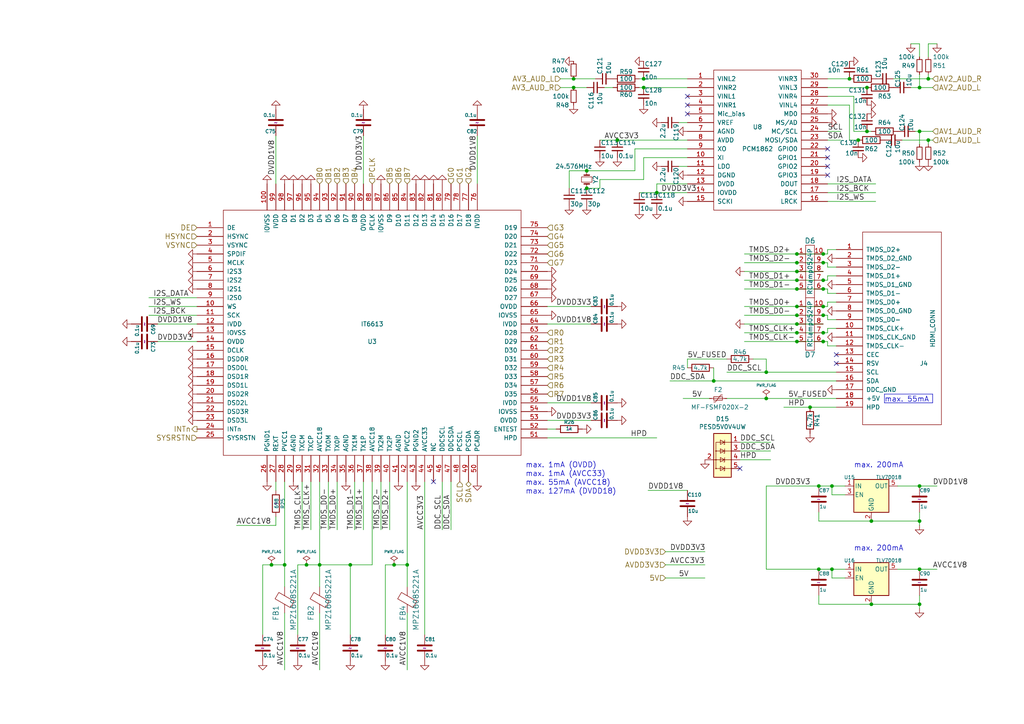
<source format=kicad_sch>
(kicad_sch (version 20230121) (generator eeschema)
  (paper "A4")
  (title_block (title "Open Source Scan Converter") (date "2023-05-18") (rev "1.8"))
  (junction (at 231.14 88.9))
  (junction (at 166.37 25.4))
  (junction (at 222.25 107.95))
  (junction (at 231.14 76.2))
  (junction (at 246.38 22.86))
  (junction (at 238.76 83.82))
  (junction (at 114.3 163.83))
  (junction (at 248.92 40.64))
  (junction (at 266.7 165.1))
  (junction (at 237.49 140.97))
  (junction (at 231.14 73.66))
  (junction (at 92.71 163.83))
  (junction (at 266.7 25.4))
  (junction (at 238.76 91.44))
  (junction (at 82.55 163.83))
  (junction (at 190.5 55.88))
  (junction (at 231.14 78.74))
  (junction (at 231.14 93.98))
  (junction (at 269.24 22.86))
  (junction (at 222.25 115.57))
  (junction (at 179.07 40.64))
  (junction (at 252.73 175.26))
  (junction (at 231.14 99.06))
  (junction (at 269.24 40.64))
  (junction (at 238.76 73.66))
  (junction (at 231.14 81.28))
  (junction (at 266.7 151.13))
  (junction (at 238.76 88.9))
  (junction (at 78.74 163.83))
  (junction (at 170.18 54.61))
  (junction (at 207.01 110.49))
  (junction (at 118.11 163.83))
  (junction (at 266.7 175.26))
  (junction (at 251.46 38.1))
  (junction (at 88.9 163.83))
  (junction (at 241.3 140.97))
  (junction (at 231.14 91.44))
  (junction (at 231.14 96.52))
  (junction (at 238.76 81.28))
  (junction (at 266.7 38.1))
  (junction (at 237.49 165.1))
  (junction (at 251.46 25.4))
  (junction (at 238.76 99.06))
  (junction (at 166.37 22.86))
  (junction (at 170.18 49.53))
  (junction (at 266.7 140.97))
  (junction (at 186.69 22.86))
  (junction (at 252.73 151.13))
  (junction (at 231.14 83.82))
  (junction (at 238.76 96.52))
  (junction (at 101.6 163.83))
  (junction (at 241.3 165.1))
  (junction (at 234.95 118.11))
  (junction (at 186.69 25.4))
  (junction (at 238.76 76.2))
  (no_connect (at 125.73 139.7))
  (no_connect (at 240.03 50.8))
  (no_connect (at 199.39 27.94))
  (no_connect (at 199.39 33.02))
  (no_connect (at 199.39 30.48))
  (no_connect (at 240.03 43.18))
  (no_connect (at 240.03 48.26))
  (no_connect (at 242.57 102.87))
  (no_connect (at 242.57 105.41))
  (no_connect (at 214.63 135.89))
  (no_connect (at 240.03 45.72))
  (wire (pts (xy 158.75 93.98) (xy 171.45 93.98)))
  (wire (pts (xy 204.47 160.02) (xy 193.04 160.02)))
  (wire (pts (xy 199.39 104.14) (xy 199.39 106.68)))
  (wire (pts (xy 101.6 163.83) (xy 101.6 184.15)))
  (wire (pts (xy 113.03 153.67) (xy 113.03 139.7)))
  (wire (pts (xy 266.7 148.59) (xy 266.7 151.13)))
  (wire (pts (xy 264.16 12.7) (xy 266.7 12.7)))
  (wire (pts (xy 92.71 139.7) (xy 92.71 163.83)))
  (wire (pts (xy 57.15 88.9) (xy 43.18 88.9)))
  (wire (pts (xy 240.03 40.64) (xy 243.84 40.64)))
  (wire (pts (xy 187.96 142.24) (xy 199.39 142.24)))
  (wire (pts (xy 222.25 165.1) (xy 222.25 140.97)))
  (wire (pts (xy 238.76 83.82) (xy 231.14 83.82)))
  (wire (pts (xy 241.3 165.1) (xy 241.3 167.64)))
  (wire (pts (xy 185.42 22.86) (xy 186.69 22.86)))
  (wire (pts (xy 158.75 116.84) (xy 171.45 116.84)))
  (wire (pts (xy 248.92 40.64) (xy 246.38 40.64)))
  (wire (pts (xy 86.36 163.83) (xy 88.9 163.83)))
  (wire (pts (xy 194.31 110.49) (xy 207.01 110.49)))
  (wire (pts (xy 118.11 177.8) (xy 118.11 194.31)))
  (wire (pts (xy 251.46 25.4) (xy 240.03 25.4)))
  (wire (pts (xy 238.76 88.9) (xy 240.03 88.9)))
  (wire (pts (xy 246.38 40.64) (xy 246.38 30.48)))
  (wire (pts (xy 238.76 73.66) (xy 231.14 73.66)))
  (wire (pts (xy 138.43 39.37) (xy 138.43 53.34)))
  (wire (pts (xy 76.2 163.83) (xy 76.2 184.15)))
  (wire (pts (xy 162.56 25.4) (xy 166.37 25.4)))
  (wire (pts (xy 266.7 12.7) (xy 266.7 16.51)))
  (wire (pts (xy 240.03 38.1) (xy 243.84 38.1)))
  (wire (pts (xy 238.76 91.44) (xy 231.14 91.44)))
  (wire (pts (xy 247.65 27.94) (xy 247.65 38.1)))
  (wire (pts (xy 184.15 49.53) (xy 170.18 49.53)))
  (wire (pts (xy 111.76 163.83) (xy 114.3 163.83)))
  (wire (pts (xy 266.7 172.72) (xy 266.7 175.26)))
  (wire (pts (xy 222.25 107.95) (xy 242.57 107.95)))
  (wire (pts (xy 92.71 163.83) (xy 101.6 163.83)))
  (wire (pts (xy 266.7 21.59) (xy 266.7 25.4)))
  (wire (pts (xy 190.5 53.34) (xy 190.5 55.88)))
  (wire (pts (xy 269.24 41.91) (xy 269.24 40.64)))
  (wire (pts (xy 57.15 91.44) (xy 43.18 91.44)))
  (wire (pts (xy 240.03 96.52) (xy 240.03 95.25)))
  (wire (pts (xy 215.9 76.2) (xy 231.14 76.2)))
  (wire (pts (xy 247.65 38.1) (xy 251.46 38.1)))
  (wire (pts (xy 110.49 153.67) (xy 110.49 139.7)))
  (wire (pts (xy 162.56 22.86) (xy 166.37 22.86)))
  (wire (pts (xy 87.63 153.67) (xy 87.63 139.7)))
  (wire (pts (xy 266.7 38.1) (xy 270.51 38.1)))
  (wire (pts (xy 210.82 115.57) (xy 222.25 115.57)))
  (wire (pts (xy 210.82 104.14) (xy 199.39 104.14)))
  (wire (pts (xy 204.47 163.83) (xy 193.04 163.83)))
  (polyline (pts (xy 270.51 116.84) (xy 256.54 116.84)))
  (polyline (pts (xy 256.54 116.84) (xy 256.54 114.3)))
  (wire (pts (xy 251.46 38.1) (xy 252.73 38.1)))
  (wire (pts (xy 172.72 22.86) (xy 166.37 22.86)))
  (wire (pts (xy 158.75 88.9) (xy 171.45 88.9)))
  (wire (pts (xy 266.7 38.1) (xy 265.43 38.1)))
  (wire (pts (xy 215.9 73.66) (xy 231.14 73.66)))
  (wire (pts (xy 130.81 153.67) (xy 130.81 139.7)))
  (wire (pts (xy 266.7 25.4) (xy 264.16 25.4)))
  (wire (pts (xy 238.76 73.66) (xy 240.03 73.66)))
  (wire (pts (xy 190.5 55.88) (xy 199.39 55.88)))
  (wire (pts (xy 238.76 96.52) (xy 240.03 96.52)))
  (wire (pts (xy 80.01 142.24) (xy 80.01 139.7)))
  (wire (pts (xy 266.7 165.1) (xy 271.78 165.1)))
  (wire (pts (xy 223.52 130.81) (xy 214.63 130.81)))
  (wire (pts (xy 158.75 121.92) (xy 171.45 121.92)))
  (wire (pts (xy 207.01 110.49) (xy 207.01 106.68)))
  (wire (pts (xy 97.79 153.67) (xy 97.79 139.7)))
  (wire (pts (xy 165.1 49.53) (xy 165.1 54.61)))
  (wire (pts (xy 215.9 96.52) (xy 231.14 96.52)))
  (wire (pts (xy 254 58.42) (xy 240.03 58.42)))
  (wire (pts (xy 92.71 177.8) (xy 92.71 194.31)))
  (wire (pts (xy 270.51 25.4) (xy 266.7 25.4)))
  (wire (pts (xy 266.7 175.26) (xy 266.7 176.53)))
  (wire (pts (xy 237.49 148.59) (xy 237.49 151.13)))
  (wire (pts (xy 102.87 153.67) (xy 102.87 139.7)))
  (wire (pts (xy 222.25 165.1) (xy 237.49 165.1)))
  (wire (pts (xy 90.17 153.67) (xy 90.17 139.7)))
  (wire (pts (xy 222.25 115.57) (xy 242.57 115.57)))
  (wire (pts (xy 80.01 39.37) (xy 80.01 53.34)))
  (wire (pts (xy 241.3 140.97) (xy 245.11 140.97)))
  (wire (pts (xy 237.49 140.97) (xy 241.3 140.97)))
  (wire (pts (xy 76.2 163.83) (xy 78.74 163.83)))
  (wire (pts (xy 186.69 45.72) (xy 186.69 52.07)))
  (wire (pts (xy 269.24 16.51) (xy 269.24 12.7)))
  (wire (pts (xy 254 55.88) (xy 240.03 55.88)))
  (wire (pts (xy 186.69 22.86) (xy 199.39 22.86)))
  (wire (pts (xy 207.01 110.49) (xy 242.57 110.49)))
  (wire (pts (xy 185.42 25.4) (xy 186.69 25.4)))
  (wire (pts (xy 260.35 165.1) (xy 266.7 165.1)))
  (wire (pts (xy 254 53.34) (xy 240.03 53.34)))
  (wire (pts (xy 186.69 25.4) (xy 199.39 25.4)))
  (wire (pts (xy 227.33 118.11) (xy 234.95 118.11)))
  (wire (pts (xy 118.11 139.7) (xy 118.11 163.83)))
  (wire (pts (xy 223.52 133.35) (xy 214.63 133.35)))
  (wire (pts (xy 57.15 86.36) (xy 43.18 86.36)))
  (wire (pts (xy 269.24 12.7) (xy 271.78 12.7)))
  (wire (pts (xy 240.03 100.33) (xy 242.57 100.33)))
  (wire (pts (xy 231.14 99.06) (xy 238.76 99.06)))
  (wire (pts (xy 78.74 163.83) (xy 82.55 163.83)))
  (wire (pts (xy 205.74 115.57) (xy 198.12 115.57)))
  (wire (pts (xy 269.24 22.86) (xy 259.08 22.86)))
  (wire (pts (xy 241.3 167.64) (xy 245.11 167.64)))
  (wire (pts (xy 190.5 53.34) (xy 199.39 53.34)))
  (wire (pts (xy 231.14 76.2) (xy 238.76 76.2)))
  (wire (pts (xy 270.51 40.64) (xy 269.24 40.64)))
  (wire (pts (xy 45.72 93.98) (xy 57.15 93.98)))
  (polyline (pts (xy 270.51 114.3) (xy 270.51 116.84)))
  (wire (pts (xy 68.58 152.4) (xy 80.01 152.4)))
  (wire (pts (xy 80.01 149.86) (xy 80.01 152.4)))
  (wire (pts (xy 92.71 163.83) (xy 92.71 170.18)))
  (wire (pts (xy 240.03 73.66) (xy 240.03 72.39)))
  (wire (pts (xy 234.95 118.11) (xy 242.57 118.11)))
  (wire (pts (xy 82.55 163.83) (xy 82.55 170.18)))
  (wire (pts (xy 105.41 153.67) (xy 105.41 139.7)))
  (wire (pts (xy 170.18 49.53) (xy 165.1 49.53)))
  (wire (pts (xy 240.03 99.06) (xy 240.03 100.33)))
  (wire (pts (xy 105.41 39.37) (xy 105.41 53.34)))
  (wire (pts (xy 240.03 87.63) (xy 242.57 87.63)))
  (wire (pts (xy 215.9 88.9) (xy 231.14 88.9)))
  (wire (pts (xy 223.52 128.27) (xy 214.63 128.27)))
  (wire (pts (xy 270.51 22.86) (xy 269.24 22.86)))
  (wire (pts (xy 240.03 85.09) (xy 242.57 85.09)))
  (wire (pts (xy 241.3 140.97) (xy 241.3 143.51)))
  (wire (pts (xy 269.24 21.59) (xy 269.24 22.86)))
  (wire (pts (xy 240.03 77.47) (xy 240.03 76.2)))
  (wire (pts (xy 240.03 92.71) (xy 242.57 92.71)))
  (wire (pts (xy 123.19 139.7) (xy 123.19 184.15)))
  (wire (pts (xy 240.03 83.82) (xy 240.03 85.09)))
  (wire (pts (xy 173.99 54.61) (xy 173.99 52.07)))
  (wire (pts (xy 215.9 81.28) (xy 231.14 81.28)))
  (wire (pts (xy 252.73 175.26) (xy 266.7 175.26)))
  (wire (pts (xy 95.25 153.67) (xy 95.25 139.7)))
  (wire (pts (xy 190.5 127) (xy 158.75 127)))
  (wire (pts (xy 260.35 140.97) (xy 266.7 140.97)))
  (wire (pts (xy 199.39 35.56) (xy 196.85 35.56)))
  (wire (pts (xy 184.15 43.18) (xy 184.15 49.53)))
  (wire (pts (xy 158.75 124.46) (xy 161.29 124.46)))
  (wire (pts (xy 215.9 91.44) (xy 231.14 91.44)))
  (wire (pts (xy 114.3 163.83) (xy 118.11 163.83)))
  (wire (pts (xy 101.6 163.83) (xy 107.95 163.83)))
  (wire (pts (xy 266.7 140.97) (xy 271.78 140.97)))
  (wire (pts (xy 193.04 167.64) (xy 204.47 167.64)))
  (wire (pts (xy 238.76 96.52) (xy 231.14 96.52)))
  (wire (pts (xy 237.49 175.26) (xy 252.73 175.26)))
  (wire (pts (xy 240.03 80.01) (xy 240.03 81.28)))
  (wire (pts (xy 179.07 40.64) (xy 199.39 40.64)))
  (wire (pts (xy 246.38 30.48) (xy 240.03 30.48)))
  (wire (pts (xy 240.03 91.44) (xy 240.03 92.71)))
  (wire (pts (xy 210.82 107.95) (xy 222.25 107.95)))
  (wire (pts (xy 170.18 25.4) (xy 166.37 25.4)))
  (wire (pts (xy 86.36 163.83) (xy 86.36 184.15)))
  (wire (pts (xy 222.25 140.97) (xy 237.49 140.97)))
  (polyline (pts (xy 256.54 114.3) (xy 270.51 114.3)))
  (wire (pts (xy 238.76 76.2) (xy 240.03 76.2)))
  (wire (pts (xy 45.72 99.06) (xy 57.15 99.06)))
  (wire (pts (xy 231.14 93.98) (xy 238.76 93.98)))
  (wire (pts (xy 261.62 40.64) (xy 269.24 40.64)))
  (wire (pts (xy 238.76 99.06) (xy 240.03 99.06)))
  (wire (pts (xy 215.9 99.06) (xy 231.14 99.06)))
  (wire (pts (xy 240.03 95.25) (xy 242.57 95.25)))
  (wire (pts (xy 240.03 72.39) (xy 242.57 72.39)))
  (wire (pts (xy 215.9 78.74) (xy 231.14 78.74)))
  (wire (pts (xy 199.39 43.18) (xy 184.15 43.18)))
  (wire (pts (xy 252.73 151.13) (xy 266.7 151.13)))
  (wire (pts (xy 237.49 151.13) (xy 252.73 151.13)))
  (wire (pts (xy 238.76 91.44) (xy 240.03 91.44)))
  (wire (pts (xy 118.11 163.83) (xy 118.11 170.18)))
  (wire (pts (xy 237.49 165.1) (xy 241.3 165.1)))
  (wire (pts (xy 111.76 163.83) (xy 111.76 184.15)))
  (wire (pts (xy 240.03 27.94) (xy 247.65 27.94)))
  (wire (pts (xy 107.95 163.83) (xy 107.95 139.7)))
  (wire (pts (xy 186.69 52.07) (xy 173.99 52.07)))
  (wire (pts (xy 231.14 88.9) (xy 238.76 88.9)))
  (wire (pts (xy 170.18 54.61) (xy 173.99 54.61)))
  (wire (pts (xy 242.57 77.47) (xy 240.03 77.47)))
  (wire (pts (xy 128.27 153.67) (xy 128.27 139.7)))
  (wire (pts (xy 240.03 88.9) (xy 240.03 87.63)))
  (wire (pts (xy 241.3 165.1) (xy 245.11 165.1)))
  (wire (pts (xy 246.38 22.86) (xy 240.03 22.86)))
  (wire (pts (xy 241.3 143.51) (xy 245.11 143.51)))
  (wire (pts (xy 242.57 80.01) (xy 240.03 80.01)))
  (wire (pts (xy 222.25 104.14) (xy 218.44 104.14)))
  (wire (pts (xy 238.76 81.28) (xy 240.03 81.28)))
  (wire (pts (xy 82.55 139.7) (xy 82.55 163.83)))
  (wire (pts (xy 199.39 48.26) (xy 196.85 48.26)))
  (wire (pts (xy 222.25 107.95) (xy 222.25 104.14)))
  (wire (pts (xy 173.99 40.64) (xy 179.07 40.64)))
  (wire (pts (xy 185.42 55.88) (xy 190.5 55.88)))
  (wire (pts (xy 266.7 151.13) (xy 266.7 152.4)))
  (wire (pts (xy 199.39 45.72) (xy 186.69 45.72)))
  (wire (pts (xy 238.76 83.82) (xy 240.03 83.82)))
  (wire (pts (xy 82.55 177.8) (xy 82.55 194.31)))
  (wire (pts (xy 238.76 78.74) (xy 231.14 78.74)))
  (wire (pts (xy 215.9 93.98) (xy 231.14 93.98)))
  (wire (pts (xy 215.9 83.82) (xy 231.14 83.82)))
  (wire (pts (xy 237.49 172.72) (xy 237.49 175.26)))
  (wire (pts (xy 266.7 38.1) (xy 266.7 41.91)))
  (wire (pts (xy 231.14 81.28) (xy 238.76 81.28)))
  (wire (pts (xy 177.8 25.4) (xy 175.26 25.4)))
  (wire (pts (xy 88.9 163.83) (xy 92.71 163.83)))
  (text "max. 200mA" (at 247.65 160.02 0) (effects (font (size 1.524 1.524)) (justify left bottom)))
  (text "max. 200mA" (at 247.65 135.89 0) (effects (font (size 1.524 1.524)) (justify left bottom)))
  (text "max. 1mA (AVCC33)" (at 152.4 138.43 0) (effects (font (size 1.524 1.524)) (justify left bottom)))
  (text "max. 127mA (DVDD18)" (at 152.4 143.51 0) (effects (font (size 1.524 1.524)) (justify left bottom)))
  (text "max. 1mA (OVDD)" (at 152.4 135.89 0) (effects (font (size 1.524 1.524)) (justify left bottom)))
  (text "max. 55mA" (at 256.54 116.84 0) (effects (font (size 1.524 1.524)) (justify left bottom)))
  (text "max. 55mA (AVCC18)" (at 152.4 140.97 0) (effects (font (size 1.524 1.524)) (justify left bottom)))
  (label "I2S_DATA" (at 242.57 53.34 0) (effects (font (size 1.524 1.524))))
  (label "SCL" (at 240.03 38.1 0) (effects (font (size 1.524 1.524))))
  (label "I2S_BCK" (at 44.45 91.44 0) (effects (font (size 1.524 1.524))))
  (label "5V" (at 200.66 115.57 0) (effects (font (size 1.524 1.524))))
  (label "DVDD3V3" (at 194.31 160.02 0) (effects (font (size 1.524 1.524))))
  (label "TMDS_D2+" (at 113.03 153.67 90) (effects (font (size 1.524 1.524))))
  (label "5V_FUSED" (at 199.39 104.14 0) (effects (font (size 1.524 1.524))))
  (label "DVDD3V3" (at 105.41 49.53 90) (effects (font (size 1.524 1.524))))
  (label "5V" (at 196.85 167.64 0) (effects (font (size 1.524 1.524))))
  (label "TMDS_D2-" (at 110.49 153.67 90) (effects (font (size 1.524 1.524))))
  (label "DVDD1V8" (at 270.51 140.97 0) (effects (font (size 1.524 1.524))))
  (label "I2S_WS" (at 242.57 58.42 0) (effects (font (size 1.524 1.524))))
  (label "TMDS_D0-" (at 217.17 91.44 0) (effects (font (size 1.524 1.524))))
  (label "TMDS_D0+" (at 217.17 88.9 0) (effects (font (size 1.524 1.524))))
  (label "AVCC1V8" (at 118.11 193.04 90) (effects (font (size 1.524 1.524))))
  (label "DDC_SCL" (at 210.82 107.95 0) (effects (font (size 1.524 1.524))))
  (label "AVCC3V3" (at 175.26 40.64 0) (effects (font (size 1.524 1.524))))
  (label "DVDD1V8" (at 80.01 50.8 90) (effects (font (size 1.524 1.524))))
  (label "AVCC1V8" (at 92.71 193.04 90) (effects (font (size 1.524 1.524))))
  (label "DVDD1V8" (at 138.43 49.53 90) (effects (font (size 1.524 1.524))))
  (label "I2S_DATA" (at 44.45 86.36 0) (effects (font (size 1.524 1.524))))
  (label "HPD" (at 182.88 127 0) (effects (font (size 1.524 1.524))))
  (label "DVDD3V3" (at 191.77 55.88 0) (effects (font (size 1.524 1.524))))
  (label "DVDD3V3" (at 55.88 99.06 180) (effects (font (size 1.524 1.524))))
  (label "TMDS_CLK-" (at 87.63 153.67 90) (effects (font (size 1.524 1.524))))
  (label "DDC_SDA" (at 194.31 110.49 0) (effects (font (size 1.524 1.524))))
  (label "TMDS_D1+" (at 105.41 153.67 90) (effects (font (size 1.524 1.524))))
  (label "TMDS_D0+" (at 97.79 153.67 90) (effects (font (size 1.524 1.524))))
  (label "DVDD3V3" (at 224.79 140.97 0) (effects (font (size 1.524 1.524))))
  (label "TMDS_CLK+" (at 90.17 153.67 90) (effects (font (size 1.524 1.524))))
  (label "TMDS_D2-" (at 217.17 76.2 0) (effects (font (size 1.524 1.524))))
  (label "AVCC1V8" (at 82.55 193.04 90) (effects (font (size 1.524 1.524))))
  (label "TMDS_D1+" (at 217.17 81.28 0) (effects (font (size 1.524 1.524))))
  (label "DVDD1V8" (at 187.96 142.24 0) (effects (font (size 1.524 1.524))))
  (label "AVCC3V3" (at 194.31 163.83 0) (effects (font (size 1.524 1.524))))
  (label "HPD" (at 228.6 118.11 0) (effects (font (size 1.524 1.524))))
  (label "DVDD3V3" (at 161.29 88.9 0) (effects (font (size 1.524 1.524))))
  (label "TMDS_CLK+" (at 217.17 96.52 0) (effects (font (size 1.524 1.524))))
  (label "TMDS_D0-" (at 95.25 153.67 90) (effects (font (size 1.524 1.524))))
  (label "SDA" (at 240.03 40.64 0) (effects (font (size 1.524 1.524))))
  (label "DDC_SDA" (at 214.63 130.81 0) (effects (font (size 1.524 1.524))))
  (label "DDC_SCL" (at 214.63 128.27 0) (effects (font (size 1.524 1.524))))
  (label "I2S_WS" (at 44.45 88.9 0) (effects (font (size 1.524 1.524))))
  (label "TMDS_D2+" (at 217.17 73.66 0) (effects (font (size 1.524 1.524))))
  (label "I2S_BCK" (at 242.57 55.88 0) (effects (font (size 1.524 1.524))))
  (label "DDC_SCL" (at 128.27 153.67 90) (effects (font (size 1.524 1.524))))
  (label "DVDD3V3" (at 161.29 121.92 0) (effects (font (size 1.524 1.524))))
  (label "TMDS_CLK-" (at 217.17 99.06 0) (effects (font (size 1.524 1.524))))
  (label "TMDS_D1-" (at 102.87 153.67 90) (effects (font (size 1.524 1.524))))
  (label "HPD" (at 214.63 133.35 0) (effects (font (size 1.524 1.524))))
  (label "DVDD1V8" (at 161.29 93.98 0) (effects (font (size 1.524 1.524))))
  (label "DDC_SDA" (at 130.81 153.67 90) (effects (font (size 1.524 1.524))))
  (label "AVCC1V8" (at 270.51 165.1 0) (effects (font (size 1.524 1.524))))
  (label "5V_FUSED" (at 228.6 115.57 0) (effects (font (size 1.524 1.524))))
  (label "DVDD1V8" (at 161.29 116.84 0) (effects (font (size 1.524 1.524))))
  (label "AVCC1V8" (at 68.58 152.4 0) (effects (font (size 1.524 1.524))))
  (label "DVDD1V8" (at 55.88 93.98 180) (effects (font (size 1.524 1.524))))
  (label "TMDS_D1-" (at 217.17 83.82 0) (effects (font (size 1.524 1.524))))
  (label "AVCC3V3" (at 123.19 153.67 90) (effects (font (size 1.524 1.524))))
  (hierarchical_label "AV2_AUD_R" (shape input) (at 270.51 22.86 0) (effects (font (size 1.524 1.524))))
  (hierarchical_label "B1" (shape input) (at 95.25 53.34 90) (effects (font (size 1.524 1.524))))
  (hierarchical_label "G5" (shape input) (at 158.75 71.12 0) (effects (font (size 1.524 1.524))))
  (hierarchical_label "R3" (shape input) (at 158.75 104.14 0) (effects (font (size 1.524 1.524))))
  (hierarchical_label "SYSRSTN" (shape input) (at 57.15 127 180) (effects (font (size 1.524 1.524))))
  (hierarchical_label "R7" (shape input) (at 158.75 114.3 0) (effects (font (size 1.524 1.524))))
  (hierarchical_label "DVDD3V3" (shape input) (at 193.04 160.02 180) (effects (font (size 1.524 1.524))))
  (hierarchical_label "SDA" (shape bidirectional) (at 135.89 139.7 270) (effects (font (size 1.524 1.524))))
  (hierarchical_label "AVDD3V3" (shape input) (at 193.04 163.83 180) (effects (font (size 1.524 1.524))))
  (hierarchical_label "B6" (shape input) (at 115.57 53.34 90) (effects (font (size 1.524 1.524))))
  (hierarchical_label "B7" (shape input) (at 118.11 53.34 90) (effects (font (size 1.524 1.524))))
  (hierarchical_label "B5" (shape input) (at 113.03 53.34 90) (effects (font (size 1.524 1.524))))
  (hierarchical_label "G6" (shape input) (at 158.75 73.66 0) (effects (font (size 1.524 1.524))))
  (hierarchical_label "SCL" (shape input) (at 133.35 139.7 270) (effects (font (size 1.524 1.524))))
  (hierarchical_label "G4" (shape input) (at 158.75 68.58 0) (effects (font (size 1.524 1.524))))
  (hierarchical_label "R2" (shape input) (at 158.75 101.6 0) (effects (font (size 1.524 1.524))))
  (hierarchical_label "PCLK" (shape input) (at 107.95 53.34 90) (effects (font (size 1.524 1.524))))
  (hierarchical_label "R0" (shape input) (at 158.75 96.52 0) (effects (font (size 1.524 1.524))))
  (hierarchical_label "DE" (shape input) (at 57.15 66.04 180) (effects (font (size 1.524 1.524))))
  (hierarchical_label "5V" (shape input) (at 193.04 167.64 180) (effects (font (size 1.524 1.524))))
  (hierarchical_label "AV2_AUD_L" (shape input) (at 270.51 25.4 0) (effects (font (size 1.524 1.524))))
  (hierarchical_label "R5" (shape input) (at 158.75 109.22 0) (effects (font (size 1.524 1.524))))
  (hierarchical_label "B2" (shape input) (at 97.79 53.34 90) (effects (font (size 1.524 1.524))))
  (hierarchical_label "INTn" (shape output) (at 57.15 124.46 180) (effects (font (size 1.524 1.524))))
  (hierarchical_label "AV1_AUD_L" (shape input) (at 270.51 40.64 0) (effects (font (size 1.524 1.524))))
  (hierarchical_label "R1" (shape input) (at 158.75 99.06 0) (effects (font (size 1.524 1.524))))
  (hierarchical_label "AV3_AUD_R" (shape input) (at 162.56 25.4 180) (effects (font (size 1.524 1.524))))
  (hierarchical_label "G1" (shape input) (at 133.35 53.34 90) (effects (font (size 1.524 1.524))))
  (hierarchical_label "G0" (shape input) (at 130.81 53.34 90) (effects (font (size 1.524 1.524))))
  (hierarchical_label "R4" (shape input) (at 158.75 106.68 0) (effects (font (size 1.524 1.524))))
  (hierarchical_label "B0" (shape input) (at 92.71 53.34 90) (effects (font (size 1.524 1.524))))
  (hierarchical_label "VSYNC" (shape input) (at 57.15 71.12 180) (effects (font (size 1.524 1.524))))
  (hierarchical_label "G3" (shape input) (at 158.75 66.04 0) (effects (font (size 1.524 1.524))))
  (hierarchical_label "HSYNC" (shape input) (at 57.15 68.58 180) (effects (font (size 1.524 1.524))))
  (hierarchical_label "R6" (shape input) (at 158.75 111.76 0) (effects (font (size 1.524 1.524))))
  (hierarchical_label "AV3_AUD_L" (shape input) (at 162.56 22.86 180) (effects (font (size 1.524 1.524))))
  (hierarchical_label "B4" (shape input) (at 102.87 53.34 90) (effects (font (size 1.524 1.524))))
  (hierarchical_label "B3" (shape input) (at 100.33 53.34 90) (effects (font (size 1.524 1.524))))
  (hierarchical_label "G2" (shape input) (at 135.89 53.34 90) (effects (font (size 1.524 1.524))))
  (hierarchical_label "G7" (shape input) (at 158.75 76.2 0) (effects (font (size 1.524 1.524))))
  (hierarchical_label "AV1_AUD_R" (shape input) (at 270.51 38.1 0) (effects (font (size 1.524 1.524))))
  (symbol (lib_id "custom_components:IT6613") (at 107.95 96.52 0) (unit 1)
    (property "Reference" "U3" (at 107.95 99.06 0))
    (property "Value" "IT6613" (at 107.95 93.98 0))
    (property "Footprint" "custom_components:TQFP-100_custom" (effects hide))
    (property "Datasheet" "DOCUMENTATION" (effects hide))
  )
  (symbol (lib_id "custom_components:HDMI_CONN") (at 261.62 95.25 0) (unit 1)
    (property "Reference" "J4" (at 267.97 105.41 0))
    (property "Value" "HDMI_CONN" (at 270.51 95.25 90))
    (property "Footprint" "custom_components:HDMI_CONN-10029449-111RLF" (effects hide))
    (property "Datasheet" "DOCUMENTATION" (effects hide))
    (property "Part ID" "10029449-111RLF" (effects hide))
  )
  (symbol (lib_id "Device:C") (at 76.2 187.96 0) (unit 1)
    (property "Reference" "C74" (at 76.2 185.42 0) (effects (font (size 1.016 1.016)) (justify left)))
    (property "Value" "0.1u" (at 76.3524 190.119 0) (effects (font (size 1.016 1.016)) (justify left)))
    (property "Footprint" "custom_components:SM0603_Capa_libcms" (effects hide))
    (property "Datasheet" "~" (at 76.2 187.96 0) (effects (font (size 1.524 1.524))))
  )
  (symbol (lib_id "Device:FerriteBead") (at 82.55 173.99 180) (unit 1)
    (property "Reference" "FB1" (at 80.01 177.8 90) (effects (font (size 1.524 1.524))))
    (property "Value" "MPZ1608S221A" (at 85.09 173.99 90) (effects (font (size 1.524 1.524))))
    (property "Footprint" "custom_components:SM0603_Resistor_libcms" (effects hide))
  )
  (symbol (lib_id "power:GND") (at 76.2 191.77 0) (unit 1)
    (property "Reference" "#PWR0162" (effects hide))
    (property "Value" "GND" (effects hide))
  )
  (symbol (lib_id "power:GND") (at 115.57 139.7 0) (unit 1)
    (property "Reference" "#PWR0163" (effects hide))
    (property "Value" "GND" (effects hide))
  )
  (symbol (lib_id "power:GND") (at 120.65 139.7 0) (unit 1)
    (property "Reference" "#PWR0164" (effects hide))
    (property "Value" "GND" (effects hide))
  )
  (symbol (lib_id "Device:C") (at 111.76 187.96 0) (unit 1)
    (property "Reference" "C80" (at 111.76 185.42 0) (effects (font (size 1.016 1.016)) (justify left)))
    (property "Value" "0.1u" (at 111.9124 190.119 0) (effects (font (size 1.016 1.016)) (justify left)))
    (property "Footprint" "custom_components:SM0603_Capa_libcms" (effects hide))
    (property "Datasheet" "~" (at 111.76 187.96 0) (effects (font (size 1.524 1.524))))
  )
  (symbol (lib_id "Device:FerriteBead") (at 118.11 173.99 180) (unit 1)
    (property "Reference" "FB4" (at 116.84 177.8 90) (effects (font (size 1.524 1.524))))
    (property "Value" "MPZ1608S221A" (at 120.65 173.99 90) (effects (font (size 1.524 1.524))))
    (property "Footprint" "custom_components:SM0603_Resistor_libcms" (effects hide))
  )
  (symbol (lib_id "power:GND") (at 111.76 191.77 0) (unit 1)
    (property "Reference" "#PWR0165" (effects hide))
    (property "Value" "GND" (effects hide))
  )
  (symbol (lib_id "Device:C") (at 86.36 187.96 0) (unit 1)
    (property "Reference" "C77" (at 86.36 185.42 0) (effects (font (size 1.016 1.016)) (justify left)))
    (property "Value" "0.1u" (at 86.5124 190.119 0) (effects (font (size 1.016 1.016)) (justify left)))
    (property "Footprint" "custom_components:SM0603_Capa_libcms" (effects hide))
    (property "Datasheet" "~" (at 86.36 187.96 0) (effects (font (size 1.524 1.524))))
  )
  (symbol (lib_id "Device:FerriteBead") (at 92.71 173.99 180) (unit 1)
    (property "Reference" "FB2" (at 90.17 177.8 90) (effects (font (size 1.524 1.524))))
    (property "Value" "MPZ1608S221A" (at 95.25 173.99 90) (effects (font (size 1.524 1.524))))
    (property "Footprint" "custom_components:SM0603_Resistor_libcms" (effects hide))
  )
  (symbol (lib_id "power:GND") (at 86.36 191.77 0) (unit 1)
    (property "Reference" "#PWR0166" (effects hide))
    (property "Value" "GND" (effects hide))
  )
  (symbol (lib_id "power:GND") (at 85.09 139.7 0) (unit 1)
    (property "Reference" "#PWR0167" (effects hide))
    (property "Value" "GND" (effects hide))
  )
  (symbol (lib_id "power:GND") (at 77.47 139.7 0) (unit 1)
    (property "Reference" "#PWR0168" (effects hide))
    (property "Value" "GND" (effects hide))
  )
  (symbol (lib_id "power:GND") (at 138.43 139.7 0) (unit 1)
    (property "Reference" "#PWR0169" (effects hide))
    (property "Value" "GND" (effects hide))
  )
  (symbol (lib_id "power:GND") (at 57.15 76.2 270) (unit 1)
    (property "Reference" "#PWR0170" (effects hide))
    (property "Value" "GND" (effects hide))
  )
  (symbol (lib_id "power:GND") (at 57.15 83.82 270) (unit 1)
    (property "Reference" "#PWR0171" (effects hide))
    (property "Value" "GND" (effects hide))
  )
  (symbol (lib_id "power:GND") (at 57.15 81.28 270) (unit 1)
    (property "Reference" "#PWR0172" (effects hide))
    (property "Value" "GND" (effects hide))
  )
  (symbol (lib_id "power:GND") (at 57.15 73.66 270) (unit 1)
    (property "Reference" "#PWR0173" (effects hide))
    (property "Value" "GND" (effects hide))
  )
  (symbol (lib_id "power:GND") (at 57.15 78.74 270) (unit 1)
    (property "Reference" "#PWR0174" (effects hide))
    (property "Value" "GND" (effects hide))
  )
  (symbol (lib_id "power:GND") (at 57.15 101.6 270) (unit 1)
    (property "Reference" "#PWR0175" (effects hide))
    (property "Value" "GND" (effects hide))
  )
  (symbol (lib_id "power:GND") (at 57.15 104.14 270) (unit 1)
    (property "Reference" "#PWR0176" (effects hide))
    (property "Value" "GND" (effects hide))
  )
  (symbol (lib_id "power:GND") (at 57.15 106.68 270) (unit 1)
    (property "Reference" "#PWR0177" (effects hide))
    (property "Value" "GND" (effects hide))
  )
  (symbol (lib_id "power:GND") (at 57.15 109.22 270) (unit 1)
    (property "Reference" "#PWR0178" (effects hide))
    (property "Value" "GND" (effects hide))
  )
  (symbol (lib_id "power:GND") (at 57.15 111.76 270) (unit 1)
    (property "Reference" "#PWR0179" (effects hide))
    (property "Value" "GND" (effects hide))
  )
  (symbol (lib_id "power:GND") (at 57.15 114.3 270) (unit 1)
    (property "Reference" "#PWR0180" (effects hide))
    (property "Value" "GND" (effects hide))
  )
  (symbol (lib_id "power:GND") (at 57.15 116.84 270) (unit 1)
    (property "Reference" "#PWR0181" (effects hide))
    (property "Value" "GND" (effects hide))
  )
  (symbol (lib_id "power:GND") (at 57.15 119.38 270) (unit 1)
    (property "Reference" "#PWR0182" (effects hide))
    (property "Value" "GND" (effects hide))
  )
  (symbol (lib_id "power:GND") (at 57.15 121.92 270) (unit 1)
    (property "Reference" "#PWR0183" (effects hide))
    (property "Value" "GND" (effects hide))
  )
  (symbol (lib_id "Device:R") (at 80.01 146.05 0) (unit 1)
    (property "Reference" "R25" (at 82.042 146.05 90) (effects (font (size 1.016 1.016))))
    (property "Value" "698" (at 80.1878 146.0246 90) (effects (font (size 1.016 1.016))))
    (property "Footprint" "custom_components:SM0603_Resistor_libcms" (effects hide))
    (property "Datasheet" "~" (at 80.01 146.05 0) (effects (font (size 0.762 0.762))))
  )
  (symbol (lib_id "power:GND") (at 57.15 96.52 270) (unit 1)
    (property "Reference" "#PWR0184" (effects hide))
    (property "Value" "GND" (effects hide))
  )
  (symbol (lib_id "power:GND") (at 100.33 139.7 0) (unit 1)
    (property "Reference" "#PWR0185" (effects hide))
    (property "Value" "GND" (effects hide))
  )
  (symbol (lib_id "Device:R") (at 165.1 124.46 90) (unit 1)
    (property "Reference" "R26" (at 165.1 122.428 90) (effects (font (size 1.016 1.016))))
    (property "Value" "1k" (at 165.0746 124.2822 90) (effects (font (size 1.016 1.016))))
    (property "Footprint" "custom_components:SM0603_Resistor_libcms" (effects hide))
    (property "Datasheet" "~" (at 165.1 124.46 0) (effects (font (size 0.762 0.762))))
  )
  (symbol (lib_id "power:GND") (at 168.91 124.46 90) (unit 1)
    (property "Reference" "#PWR0186" (effects hide))
    (property "Value" "GND" (effects hide))
  )
  (symbol (lib_id "power:GND") (at 158.75 119.38 90) (unit 1)
    (property "Reference" "#PWR0187" (effects hide))
    (property "Value" "GND" (effects hide))
  )
  (symbol (lib_id "power:GND") (at 158.75 91.44 90) (unit 1)
    (property "Reference" "#PWR0188" (effects hide))
    (property "Value" "GND" (effects hide))
  )
  (symbol (lib_id "Device:C") (at 175.26 116.84 90) (unit 1)
    (property "Reference" "C85" (at 172.72 116.84 0) (effects (font (size 1.016 1.016)) (justify left)))
    (property "Value" "0.1u" (at 177.419 116.6876 0) (effects (font (size 1.016 1.016)) (justify left)))
    (property "Footprint" "custom_components:SM0603_Capa_libcms" (effects hide))
    (property "Datasheet" "~" (at 175.26 116.84 0) (effects (font (size 1.524 1.524))))
  )
  (symbol (lib_id "Device:C") (at 175.26 93.98 90) (unit 1)
    (property "Reference" "C84" (at 172.72 93.98 0) (effects (font (size 1.016 1.016)) (justify left)))
    (property "Value" "0.1u" (at 177.419 93.8276 0) (effects (font (size 1.016 1.016)) (justify left)))
    (property "Footprint" "custom_components:SM0603_Capa_libcms" (effects hide))
    (property "Datasheet" "~" (at 175.26 93.98 0) (effects (font (size 1.524 1.524))))
  )
  (symbol (lib_id "Device:C") (at 138.43 35.56 180) (unit 1)
    (property "Reference" "C82" (at 138.43 38.1 0) (effects (font (size 1.016 1.016)) (justify left)))
    (property "Value" "0.1u" (at 138.2776 33.401 0) (effects (font (size 1.016 1.016)) (justify left)))
    (property "Footprint" "custom_components:SM0603_Capa_libcms" (effects hide))
    (property "Datasheet" "~" (at 138.43 35.56 0) (effects (font (size 1.524 1.524))))
  )
  (symbol (lib_id "power:GND") (at 110.49 53.34 180) (unit 1)
    (property "Reference" "#PWR0189" (effects hide))
    (property "Value" "GND" (effects hide))
  )
  (symbol (lib_id "power:GND") (at 77.47 53.34 180) (unit 1)
    (property "Reference" "#PWR0190" (effects hide))
    (property "Value" "GND" (effects hide))
  )
  (symbol (lib_id "Device:C") (at 80.01 35.56 180) (unit 1)
    (property "Reference" "C75" (at 80.01 38.1 0) (effects (font (size 1.016 1.016)) (justify left)))
    (property "Value" "0.1u" (at 79.8576 33.401 0) (effects (font (size 1.016 1.016)) (justify left)))
    (property "Footprint" "custom_components:SM0603_Capa_libcms" (effects hide))
    (property "Datasheet" "~" (at 80.01 35.56 0) (effects (font (size 1.524 1.524))))
  )
  (symbol (lib_id "Device:C") (at 41.91 93.98 270) (unit 1)
    (property "Reference" "C69" (at 44.45 93.98 0) (effects (font (size 1.016 1.016)) (justify left)))
    (property "Value" "0.1u" (at 39.751 94.1324 0) (effects (font (size 1.016 1.016)) (justify left)))
    (property "Footprint" "custom_components:SM0603_Capa_libcms" (effects hide))
    (property "Datasheet" "~" (at 41.91 93.98 0) (effects (font (size 1.524 1.524))))
  )
  (symbol (lib_id "Device:C") (at 41.91 99.06 270) (unit 1)
    (property "Reference" "C73" (at 44.45 99.06 0) (effects (font (size 1.016 1.016)) (justify left)))
    (property "Value" "0.1u" (at 39.751 99.2124 0) (effects (font (size 1.016 1.016)) (justify left)))
    (property "Footprint" "custom_components:SM0603_Capa_libcms" (effects hide))
    (property "Datasheet" "~" (at 41.91 99.06 0) (effects (font (size 1.524 1.524))))
  )
  (symbol (lib_id "Device:C") (at 175.26 121.92 90) (unit 1)
    (property "Reference" "C86" (at 172.72 121.92 0) (effects (font (size 1.016 1.016)) (justify left)))
    (property "Value" "0.1u" (at 177.419 121.7676 0) (effects (font (size 1.016 1.016)) (justify left)))
    (property "Footprint" "custom_components:SM0603_Capa_libcms" (effects hide))
    (property "Datasheet" "~" (at 175.26 121.92 0) (effects (font (size 1.524 1.524))))
  )
  (symbol (lib_id "Device:C") (at 175.26 88.9 90) (unit 1)
    (property "Reference" "C83" (at 172.72 88.9 0) (effects (font (size 1.016 1.016)) (justify left)))
    (property "Value" "0.1u" (at 177.419 88.7476 0) (effects (font (size 1.016 1.016)) (justify left)))
    (property "Footprint" "custom_components:SM0603_Capa_libcms" (effects hide))
    (property "Datasheet" "~" (at 175.26 88.9 0) (effects (font (size 1.524 1.524))))
  )
  (symbol (lib_id "Device:C") (at 105.41 35.56 180) (unit 1)
    (property "Reference" "C79" (at 105.41 38.1 0) (effects (font (size 1.016 1.016)) (justify left)))
    (property "Value" "0.1u" (at 105.2576 33.401 0) (effects (font (size 1.016 1.016)) (justify left)))
    (property "Footprint" "custom_components:SM0603_Capa_libcms" (effects hide))
    (property "Datasheet" "~" (at 105.41 35.56 0) (effects (font (size 1.524 1.524))))
  )
  (symbol (lib_id "Device:C") (at 101.6 187.96 0) (unit 1)
    (property "Reference" "C78" (at 101.6 185.42 0) (effects (font (size 1.016 1.016)) (justify left)))
    (property "Value" "0.1u" (at 101.7524 190.119 0) (effects (font (size 1.016 1.016)) (justify left)))
    (property "Footprint" "custom_components:SM0603_Capa_libcms" (effects hide))
    (property "Datasheet" "~" (at 101.6 187.96 0) (effects (font (size 1.524 1.524))))
  )
  (symbol (lib_id "power:GND") (at 101.6 191.77 0) (unit 1)
    (property "Reference" "#PWR0191" (effects hide))
    (property "Value" "GND" (effects hide))
  )
  (symbol (lib_id "Device:C") (at 123.19 187.96 0) (unit 1)
    (property "Reference" "C81" (at 123.19 185.42 0) (effects (font (size 1.016 1.016)) (justify left)))
    (property "Value" "0.1u" (at 123.3424 190.119 0) (effects (font (size 1.016 1.016)) (justify left)))
    (property "Footprint" "custom_components:SM0603_Capa_libcms" (effects hide))
    (property "Datasheet" "~" (at 123.19 187.96 0) (effects (font (size 1.524 1.524))))
  )
  (symbol (lib_id "power:GND") (at 123.19 191.77 0) (unit 1)
    (property "Reference" "#PWR0192" (effects hide))
    (property "Value" "GND" (effects hide))
  )
  (symbol (lib_id "power:GND") (at 242.57 113.03 270) (unit 1)
    (property "Reference" "#PWR0193" (effects hide))
    (property "Value" "GND" (effects hide))
  )
  (symbol (lib_id "power:GND") (at 242.57 74.93 270) (unit 1)
    (property "Reference" "#PWR0194" (effects hide))
    (property "Value" "GND" (effects hide))
  )
  (symbol (lib_id "power:GND") (at 242.57 82.55 270) (unit 1)
    (property "Reference" "#PWR0195" (effects hide))
    (property "Value" "GND" (effects hide))
  )
  (symbol (lib_id "power:GND") (at 242.57 90.17 270) (unit 1)
    (property "Reference" "#PWR0196" (effects hide))
    (property "Value" "GND" (effects hide))
  )
  (symbol (lib_id "power:GND") (at 242.57 97.79 270) (unit 1)
    (property "Reference" "#PWR0197" (effects hide))
    (property "Value" "GND" (effects hide))
  )
  (symbol (lib_id "Regulator_Linear:TLV70018_SOT23-5") (at 252.73 143.51 0) (unit 1)
    (property "Reference" "U15" (at 246.38 138.43 0) (effects (font (size 1.016 1.016))))
    (property "Value" "TLV70018" (at 257.81 138.43 0) (effects (font (size 1.016 1.016))))
    (property "Footprint" "custom_components:SOT-23-5_Handsoldering" (effects hide))
  )
  (symbol (lib_id "Device:C") (at 237.49 144.78 0) (unit 1)
    (property "Reference" "C87" (at 237.49 142.24 0) (effects (font (size 1.016 1.016)) (justify left)))
    (property "Value" "1u" (at 237.6424 146.939 0) (effects (font (size 1.016 1.016)) (justify left)))
    (property "Footprint" "custom_components:SM0603_Capa_libcms" (effects hide))
    (property "Datasheet" "~" (at 237.49 144.78 0) (effects (font (size 1.524 1.524))))
  )
  (symbol (lib_id "Device:C") (at 266.7 144.78 0) (unit 1)
    (property "Reference" "C89" (at 266.7 142.24 0) (effects (font (size 1.016 1.016)) (justify left)))
    (property "Value" "1u" (at 266.8524 146.939 0) (effects (font (size 1.016 1.016)) (justify left)))
    (property "Footprint" "custom_components:SM0603_Capa_libcms" (effects hide))
    (property "Datasheet" "~" (at 266.7 144.78 0) (effects (font (size 1.524 1.524))))
  )
  (symbol (lib_id "power:GND") (at 266.7 152.4 0) (unit 1)
    (property "Reference" "#PWR0198" (effects hide))
    (property "Value" "GND" (effects hide))
  )
  (symbol (lib_id "Regulator_Linear:TLV70018_SOT23-5") (at 252.73 167.64 0) (unit 1)
    (property "Reference" "U16" (at 246.38 162.56 0) (effects (font (size 1.016 1.016))))
    (property "Value" "TLV70018" (at 257.81 162.56 0) (effects (font (size 1.016 1.016))))
    (property "Footprint" "custom_components:SOT-23-5_Handsoldering" (effects hide))
  )
  (symbol (lib_id "Device:C") (at 237.49 168.91 0) (unit 1)
    (property "Reference" "C88" (at 237.49 166.37 0) (effects (font (size 1.016 1.016)) (justify left)))
    (property "Value" "1u" (at 237.6424 171.069 0) (effects (font (size 1.016 1.016)) (justify left)))
    (property "Footprint" "custom_components:SM0603_Capa_libcms" (effects hide))
    (property "Datasheet" "~" (at 237.49 168.91 0) (effects (font (size 1.524 1.524))))
  )
  (symbol (lib_id "Device:C") (at 266.7 168.91 0) (unit 1)
    (property "Reference" "C90" (at 266.7 166.37 0) (effects (font (size 1.016 1.016)) (justify left)))
    (property "Value" "1u" (at 266.8524 171.069 0) (effects (font (size 1.016 1.016)) (justify left)))
    (property "Footprint" "custom_components:SM0603_Capa_libcms" (effects hide))
    (property "Datasheet" "~" (at 266.7 168.91 0) (effects (font (size 1.524 1.524))))
  )
  (symbol (lib_id "power:GND") (at 266.7 176.53 0) (unit 1)
    (property "Reference" "#PWR0199" (effects hide))
    (property "Value" "GND" (effects hide))
  )
  (symbol (lib_id "power:GND") (at 179.07 121.92 90) (unit 1)
    (property "Reference" "#PWR0200" (effects hide))
    (property "Value" "GND" (effects hide))
  )
  (symbol (lib_id "power:GND") (at 179.07 116.84 90) (unit 1)
    (property "Reference" "#PWR0201" (effects hide))
    (property "Value" "GND" (effects hide))
  )
  (symbol (lib_id "power:GND") (at 179.07 93.98 90) (unit 1)
    (property "Reference" "#PWR0202" (effects hide))
    (property "Value" "GND" (effects hide))
  )
  (symbol (lib_id "power:GND") (at 179.07 88.9 90) (unit 1)
    (property "Reference" "#PWR0203" (effects hide))
    (property "Value" "GND" (effects hide))
  )
  (symbol (lib_id "power:GND") (at 38.1 93.98 270) (unit 1)
    (property "Reference" "#PWR0204" (effects hide))
    (property "Value" "GND" (effects hide))
  )
  (symbol (lib_id "power:GND") (at 38.1 99.06 270) (unit 1)
    (property "Reference" "#PWR0205" (effects hide))
    (property "Value" "GND" (effects hide))
  )
  (symbol (lib_id "power:GND") (at 80.01 31.75 180) (unit 1)
    (property "Reference" "#PWR0206" (effects hide))
    (property "Value" "GND" (effects hide))
  )
  (symbol (lib_id "power:GND") (at 105.41 31.75 180) (unit 1)
    (property "Reference" "#PWR0207" (effects hide))
    (property "Value" "GND" (effects hide))
  )
  (symbol (lib_id "power:GND") (at 138.43 31.75 180) (unit 1)
    (property "Reference" "#PWR0208" (effects hide))
    (property "Value" "GND" (effects hide))
  )
  (symbol (lib_id "power:PWR_FLAG") (at 78.74 163.83 0) (unit 1)
    (property "Reference" "#FLG0209" (effects hide))
    (property "Value" "PWR_FLAG" (at 78.74 160.02 0) (effects (font (size 0.762 0.762))))
  )
  (symbol (lib_id "power:PWR_FLAG") (at 88.9 163.83 0) (unit 1)
    (property "Reference" "#FLG0210" (effects hide))
    (property "Value" "PWR_FLAG" (at 88.9 160.02 0) (effects (font (size 0.762 0.762))))
  )
  (symbol (lib_id "power:PWR_FLAG") (at 114.3 163.83 0) (unit 1)
    (property "Reference" "#FLG0211" (effects hide))
    (property "Value" "PWR_FLAG" (at 114.3 160.02 0) (effects (font (size 0.762 0.762))))
  )
  (symbol (lib_id "power:GND") (at 82.55 53.34 180) (unit 1)
    (property "Reference" "#PWR0212" (effects hide))
    (property "Value" "GND" (effects hide))
  )
  (symbol (lib_id "power:GND") (at 85.09 53.34 180) (unit 1)
    (property "Reference" "#PWR0213" (effects hide))
    (property "Value" "GND" (effects hide))
  )
  (symbol (lib_id "power:GND") (at 87.63 53.34 180) (unit 1)
    (property "Reference" "#PWR0214" (effects hide))
    (property "Value" "GND" (effects hide))
  )
  (symbol (lib_id "power:GND") (at 90.17 53.34 180) (unit 1)
    (property "Reference" "#PWR0215" (effects hide))
    (property "Value" "GND" (effects hide))
  )
  (symbol (lib_id "power:GND") (at 120.65 53.34 180) (unit 1)
    (property "Reference" "#PWR0216" (effects hide))
    (property "Value" "GND" (effects hide))
  )
  (symbol (lib_id "power:GND") (at 123.19 53.34 180) (unit 1)
    (property "Reference" "#PWR0217" (effects hide))
    (property "Value" "GND" (effects hide))
  )
  (symbol (lib_id "power:GND") (at 125.73 53.34 180) (unit 1)
    (property "Reference" "#PWR0218" (effects hide))
    (property "Value" "GND" (effects hide))
  )
  (symbol (lib_id "power:GND") (at 128.27 53.34 180) (unit 1)
    (property "Reference" "#PWR0219" (effects hide))
    (property "Value" "GND" (effects hide))
  )
  (symbol (lib_id "power:GND") (at 158.75 78.74 90) (unit 1)
    (property "Reference" "#PWR0220" (effects hide))
    (property "Value" "GND" (effects hide))
  )
  (symbol (lib_id "power:GND") (at 158.75 81.28 90) (unit 1)
    (property "Reference" "#PWR0221" (effects hide))
    (property "Value" "GND" (effects hide))
  )
  (symbol (lib_id "power:GND") (at 158.75 83.82 90) (unit 1)
    (property "Reference" "#PWR0222" (effects hide))
    (property "Value" "GND" (effects hide))
  )
  (symbol (lib_id "power:GND") (at 158.75 86.36 90) (unit 1)
    (property "Reference" "#PWR0223" (effects hide))
    (property "Value" "GND" (effects hide))
  )
  (symbol (lib_id "Device:C") (at 199.39 146.05 0) (unit 1)
    (property "Reference" "C110" (at 199.39 143.51 0) (effects (font (size 1.016 1.016)) (justify left)))
    (property "Value" "10u" (at 199.5424 148.209 0) (effects (font (size 1.016 1.016)) (justify left)))
    (property "Footprint" "custom_components:SM0603_Capa_libcms" (effects hide))
    (property "Datasheet" "~" (at 199.39 146.05 0) (effects (font (size 1.524 1.524))))
  )
  (symbol (lib_id "power:GND") (at 199.39 149.86 0) (unit 1)
    (property "Reference" "#PWR0224" (effects hide))
    (property "Value" "GND" (effects hide))
  )
  (symbol (lib_id "Device:R") (at 234.95 121.92 0) (unit 1)
    (property "Reference" "R41" (at 236.982 121.92 90))
    (property "Value" "4.7k" (at 234.95 121.92 90))
    (property "Footprint" "custom_components:SM0603_Resistor_libcms" (effects hide))
  )
  (symbol (lib_id "power:GND") (at 234.95 125.73 0) (unit 1)
    (property "Reference" "#PWR0225" (effects hide))
    (property "Value" "GND" (effects hide))
  )
  (symbol (lib_id "Device:R") (at 214.63 104.14 90) (unit 1)
    (property "Reference" "R46" (at 214.63 102.108 90))
    (property "Value" "4.7k" (at 214.63 104.14 90))
    (property "Footprint" "custom_components:SM0603_Resistor_libcms" (effects hide))
  )
  (symbol (lib_id "Device:R") (at 203.2 106.68 90) (unit 1)
    (property "Reference" "R45" (at 196.85 106.68 90))
    (property "Value" "4.7k" (at 203.2 106.68 90))
    (property "Footprint" "custom_components:SM0603_Resistor_libcms" (effects hide))
  )
  (symbol (lib_id "Device:Polyfuse_Small") (at 208.28 115.57 90) (unit 1)
    (property "Reference" "F2" (at 209.55 113.03 90) (effects (justify left)))
    (property "Value" "MF-FSMF020X-2" (at 217.17 118.11 90) (effects (justify left)))
    (property "Footprint" "custom_components:SM0603_Resistor_libcms" (effects hide))
  )
  (symbol (lib_id "power:PWR_FLAG") (at 222.25 115.57 0) (unit 1)
    (property "Reference" "#FLG0226" (effects hide))
    (property "Value" "PWR_FLAG" (at 222.25 111.76 0) (effects (font (size 0.762 0.762))))
  )
  (symbol (lib_id "custom_components:PCM1862") (at 219.71 34.29 0) (unit 1)
    (property "Reference" "U8" (at 219.71 36.83 0))
    (property "Value" "PCM1862" (at 219.71 43.18 0))
    (property "Footprint" "custom_components:TSSOP-30_4.4x7.8mm_Pitch0.5mm_Handsoldering" (effects hide))
    (property "Datasheet" "DOCUMENTATION" (effects hide))
  )
  (symbol (lib_id "Device:C_Small") (at 185.42 58.42 0) (unit 1)
    (property "Reference" "C115" (at 185.674 56.642 0) (effects (justify left)))
    (property "Value" "10u" (at 185.674 60.452 0) (effects (justify left)))
    (property "Footprint" "custom_components:SM0603_Capa_libcms" (effects hide))
  )
  (symbol (lib_id "Device:C_Small") (at 190.5 58.42 0) (unit 1)
    (property "Reference" "C118" (at 190.754 56.642 0) (effects (justify left)))
    (property "Value" "0.1u" (at 190.754 60.452 0) (effects (justify left)))
    (property "Footprint" "custom_components:SM0603_Capa_libcms" (effects hide))
  )
  (symbol (lib_id "power:GND") (at 190.5 60.96 0) (unit 1)
    (property "Reference" "#PWR0227" (effects hide))
    (property "Value" "GND" (effects hide))
  )
  (symbol (lib_id "power:GND") (at 185.42 60.96 0) (unit 1)
    (property "Reference" "#PWR0228" (effects hide))
    (property "Value" "GND" (effects hide))
  )
  (symbol (lib_id "power:GND") (at 199.39 58.42 270) (unit 1)
    (property "Reference" "#PWR0229" (effects hide))
    (property "Value" "GND" (effects hide))
  )
  (symbol (lib_id "power:GND") (at 199.39 50.8 270) (unit 1)
    (property "Reference" "#PWR0230" (effects hide))
    (property "Value" "GND" (effects hide))
  )
  (symbol (lib_id "power:GND") (at 240.03 35.56 90) (unit 1)
    (property "Reference" "#PWR0231" (effects hide))
    (property "Value" "GND" (effects hide))
  )
  (symbol (lib_id "power:GND") (at 240.03 33.02 90) (unit 1)
    (property "Reference" "#PWR0232" (effects hide))
    (property "Value" "GND" (effects hide))
  )
  (symbol (lib_id "Device:C_Small") (at 194.31 48.26 270) (unit 1)
    (property "Reference" "C120" (at 196.088 48.514 0) (effects (justify left)))
    (property "Value" "2.2u" (at 192.278 48.514 0) (effects (justify left)))
    (property "Footprint" "custom_components:SM0603_Capa_libcms" (effects hide))
  )
  (symbol (lib_id "power:GND") (at 191.77 48.26 270) (unit 1)
    (property "Reference" "#PWR0233" (effects hide))
    (property "Value" "GND" (effects hide))
  )
  (symbol (lib_id "Device:C_Small") (at 194.31 35.56 270) (unit 1)
    (property "Reference" "C119" (at 196.088 35.814 0) (effects (justify left)))
    (property "Value" "2.2u" (at 192.278 35.814 0) (effects (justify left)))
    (property "Footprint" "custom_components:SM0603_Capa_libcms" (effects hide))
  )
  (symbol (lib_id "power:GND") (at 191.77 35.56 270) (mirror x) (unit 1)
    (property "Reference" "#PWR0234" (effects hide))
    (property "Value" "GND" (effects hide))
  )
  (symbol (lib_id "power:GND") (at 199.39 38.1 270) (mirror x) (unit 1)
    (property "Reference" "#PWR0235" (effects hide))
    (property "Value" "GND" (effects hide))
  )
  (symbol (lib_id "Device:C_Small") (at 173.99 43.18 0) (unit 1)
    (property "Reference" "C113" (at 174.244 41.402 0) (effects (justify left)))
    (property "Value" "10u" (at 174.244 45.212 0) (effects (justify left)))
    (property "Footprint" "custom_components:SM0603_Capa_libcms" (effects hide))
  )
  (symbol (lib_id "Device:C_Small") (at 179.07 43.18 0) (unit 1)
    (property "Reference" "C114" (at 179.324 41.402 0) (effects (justify left)))
    (property "Value" "0.1u" (at 179.324 45.212 0) (effects (justify left)))
    (property "Footprint" "custom_components:SM0603_Capa_libcms" (effects hide))
  )
  (symbol (lib_id "power:GND") (at 179.07 45.72 0) (unit 1)
    (property "Reference" "#PWR0236" (effects hide))
    (property "Value" "GND" (effects hide))
  )
  (symbol (lib_id "power:GND") (at 173.99 45.72 0) (unit 1)
    (property "Reference" "#PWR0237" (effects hide))
    (property "Value" "GND" (effects hide))
  )
  (symbol (lib_id "Device:Crystal_Small") (at 170.18 52.07 270) (unit 1)
    (property "Reference" "Y2" (at 172.72 52.07 0))
    (property "Value" "24.576MHz" (at 166.37 48.26 90))
    (property "Footprint" "custom_components:ECS-3X9X" (effects hide))
  )
  (symbol (lib_id "Device:C_Small") (at 170.18 57.15 0) (unit 1)
    (property "Reference" "C112" (at 170.434 55.372 0) (effects (justify left)))
    (property "Value" "30p" (at 170.434 59.182 0) (effects (justify left)))
    (property "Footprint" "custom_components:SM0603_Capa_libcms" (effects hide))
  )
  (symbol (lib_id "Device:C_Small") (at 165.1 57.15 0) (unit 1)
    (property "Reference" "C111" (at 165.354 55.372 0) (effects (justify left)))
    (property "Value" "30p" (at 165.354 59.182 0) (effects (justify left)))
    (property "Footprint" "custom_components:SM0603_Capa_libcms" (effects hide))
  )
  (symbol (lib_id "power:GND") (at 165.1 59.69 0) (unit 1)
    (property "Reference" "#PWR0238" (effects hide))
    (property "Value" "GND" (effects hide))
  )
  (symbol (lib_id "power:GND") (at 170.18 59.69 0) (unit 1)
    (property "Reference" "#PWR0239" (effects hide))
    (property "Value" "GND" (effects hide))
  )
  (symbol (lib_id "Device:C_Small") (at 175.26 22.86 90) (unit 1)
    (property "Reference" "C121" (at 173.99 21.59 0) (effects (justify left)))
    (property "Value" "10u" (at 176.53 21.59 0) (effects (justify left)))
    (property "Footprint" "custom_components:SM0603_Capa_libcms" (effects hide))
  )
  (symbol (lib_id "Device:C_Small") (at 172.72 25.4 90) (unit 1)
    (property "Reference" "C116" (at 171.45 31.75 0) (effects (justify left)))
    (property "Value" "10u" (at 173.99 30.48 0) (effects (justify left)))
    (property "Footprint" "custom_components:SM0603_Capa_libcms" (effects hide))
  )
  (symbol (lib_id "Device:C_Small") (at 256.54 22.86 90) (unit 1)
    (property "Reference" "C123" (at 254.762 22.606 0) (effects (justify left)))
    (property "Value" "10u" (at 256.54 20.32 0) (effects (justify left)))
    (property "Footprint" "custom_components:SM0603_Capa_libcms" (effects hide))
  )
  (symbol (lib_id "Device:C_Small") (at 261.62 25.4 90) (unit 1)
    (property "Reference" "C125" (at 260.35 25.4 0) (effects (justify left)))
    (property "Value" "10u" (at 263.652 25.146 0) (effects (justify left)))
    (property "Footprint" "custom_components:SM0603_Capa_libcms" (effects hide))
  )
  (symbol (lib_id "Device:C_Small") (at 262.89 38.1 90) (unit 1)
    (property "Reference" "C124" (at 261.62 38.1 0) (effects (justify left)))
    (property "Value" "10u" (at 264.16 38.1 0) (effects (justify left)))
    (property "Footprint" "custom_components:SM0603_Capa_libcms" (effects hide))
  )
  (symbol (lib_id "Device:C_Small") (at 259.08 40.64 90) (unit 1)
    (property "Reference" "C126" (at 257.81 45.72 0) (effects (justify left)))
    (property "Value" "10u" (at 260.35 44.45 0) (effects (justify left)))
    (property "Footprint" "custom_components:SM0603_Capa_libcms" (effects hide))
  )
  (symbol (lib_id "custom_components:RClamp0524P") (at 234.95 78.74 0) (unit 1)
    (property "Reference" "D6" (at 234.95 69.85 0) (effects (font (size 1.524 1.524))))
    (property "Value" "RClamp0524P" (at 234.95 78.74 90))
    (property "Footprint" "custom_components:SLP2510P8" (effects hide))
  )
  (symbol (lib_id "custom_components:RClamp0524P") (at 234.95 93.98 0) (unit 1)
    (property "Reference" "D7" (at 234.95 102.87 0) (effects (font (size 1.524 1.524))))
    (property "Value" "RClamp0524P" (at 234.95 93.98 90))
    (property "Footprint" "custom_components:SLP2510P8" (effects hide))
  )
  (symbol (lib_id "power:GND") (at 215.9 78.74 270) (unit 1)
    (property "Reference" "#PWR0240" (effects hide))
    (property "Value" "GND" (effects hide))
  )
  (symbol (lib_id "power:GND") (at 215.9 93.98 270) (unit 1)
    (property "Reference" "#PWR0241" (effects hide))
    (property "Value" "GND" (effects hide))
  )
  (symbol (lib_id "Device:R_Small") (at 166.37 27.94 180) (unit 1)
    (property "Reference" "R48" (at 165.1 30.48 0) (effects (justify left)))
    (property "Value" "100k" (at 165.1 27.94 0) (effects (justify left)))
    (property "Footprint" "custom_components:SM0603_Resistor_libcms" (effects hide))
  )
  (symbol (lib_id "Device:R_Small") (at 166.37 20.32 0) (unit 1)
    (property "Reference" "R47" (at 160.02 17.78 0) (effects (justify left)))
    (property "Value" "100k" (at 160.02 20.32 0) (effects (justify left)))
    (property "Footprint" "custom_components:SM0603_Resistor_libcms" (effects hide))
  )
  (symbol (lib_id "power:GND") (at 166.37 30.48 0) (mirror y) (unit 1)
    (property "Reference" "#PWR0244" (effects hide))
    (property "Value" "GND" (effects hide))
  )
  (symbol (lib_id "power:GND") (at 166.37 17.78 270) (mirror x) (unit 1)
    (property "Reference" "#PWR0245" (effects hide))
    (property "Value" "GND" (effects hide))
  )
  (symbol (lib_id "Device:R_Small") (at 269.24 44.45 0) (unit 1)
    (property "Reference" "R52" (at 270.51 44.45 0) (effects (justify left)))
    (property "Value" "100k" (at 270.51 46.99 0) (effects (justify left)))
    (property "Footprint" "custom_components:SM0603_Resistor_libcms" (effects hide))
  )
  (symbol (lib_id "power:GND") (at 269.24 46.99 0) (unit 1)
    (property "Reference" "#PWR0246" (effects hide))
    (property "Value" "GND" (effects hide))
  )
  (symbol (lib_id "Device:R_Small") (at 266.7 19.05 180) (unit 1)
    (property "Reference" "R49" (at 265.43 19.05 0) (effects (justify left)))
    (property "Value" "100k" (at 265.43 16.51 0) (effects (justify left)))
    (property "Footprint" "custom_components:SM0603_Resistor_libcms" (effects hide))
  )
  (symbol (lib_id "Device:R_Small") (at 269.24 19.05 0) (unit 1)
    (property "Reference" "R51" (at 270.51 19.05 0) (effects (justify left)))
    (property "Value" "100k" (at 270.51 16.51 0) (effects (justify left)))
    (property "Footprint" "custom_components:SM0603_Resistor_libcms" (effects hide))
  )
  (symbol (lib_id "Device:R_Small") (at 266.7 44.45 180) (unit 1)
    (property "Reference" "R50" (at 265.43 44.45 0) (effects (justify left)))
    (property "Value" "100k" (at 265.43 46.99 0) (effects (justify left)))
    (property "Footprint" "custom_components:SM0603_Resistor_libcms" (effects hide))
  )
  (symbol (lib_id "power:GND") (at 266.7 46.99 0) (unit 1)
    (property "Reference" "#PWR0247" (effects hide))
    (property "Value" "GND" (effects hide))
  )
  (symbol (lib_id "power:GND") (at 264.16 12.7 0) (unit 1)
    (property "Reference" "#PWR0248" (effects hide))
    (property "Value" "GND" (effects hide))
  )
  (symbol (lib_id "power:GND") (at 271.78 12.7 0) (unit 1)
    (property "Reference" "#PWR0249" (effects hide))
    (property "Value" "GND" (effects hide))
  )
  (symbol (lib_id "custom_components:PESD5V0V4UW") (at 209.55 133.35 270) (unit 1)
    (property "Reference" "D15" (at 209.55 121.4882 90))
    (property "Value" "PESD5V0V4UW" (at 209.55 123.7996 90))
    (property "Footprint" "Package_TO_SOT_SMD:SOT-665" (effects hide))
  )
  (symbol (lib_id "power:GND") (at 204.47 133.35 0) (unit 1)
    (property "Reference" "#PWR0253" (effects hide))
    (property "Value" "GND" (effects hide))
  )
  (symbol (lib_id "Device:R") (at 181.61 22.86 90) (unit 1)
    (property "Reference" "R59" (at 181.61 20.828 90))
    (property "Value" "100" (at 181.61 22.86 90))
    (property "Footprint" "custom_components:SM0603_Resistor_libcms" (effects hide))
  )
  (symbol (lib_id "Device:R") (at 181.61 25.4 270) (unit 1)
    (property "Reference" "R60" (at 181.61 27.432 90))
    (property "Value" "100" (at 181.61 25.4 90))
    (property "Footprint" "custom_components:SM0603_Resistor_libcms" (effects hide))
  )
  (symbol (lib_id "Device:C_Small") (at 186.69 27.94 0) (unit 1)
    (property "Reference" "C128" (at 186.944 26.162 0) (effects (justify left)))
    (property "Value" "10n" (at 186.944 29.972 0) (effects (justify left)))
    (property "Footprint" "custom_components:SM0603_Capa_libcms" (effects hide))
  )
  (symbol (lib_id "Device:C_Small") (at 186.69 20.32 0) (unit 1)
    (property "Reference" "C127" (at 186.944 18.542 0) (effects (justify left)))
    (property "Value" "10n" (at 186.944 22.352 0) (effects (justify left)))
    (property "Footprint" "custom_components:SM0603_Capa_libcms" (effects hide))
  )
  (symbol (lib_id "power:GND") (at 186.69 30.48 0) (mirror y) (unit 1)
    (property "Reference" "#PWR0252" (effects hide))
    (property "Value" "GND" (effects hide))
  )
  (symbol (lib_id "power:GND") (at 186.69 17.78 270) (mirror x) (unit 1)
    (property "Reference" "#PWR0251" (effects hide))
    (property "Value" "GND" (effects hide))
  )
  (symbol (lib_id "Device:R") (at 250.19 22.86 90) (mirror x) (unit 1)
    (property "Reference" "R61" (at 250.19 20.32 90))
    (property "Value" "100" (at 250.19 22.86 90))
    (property "Footprint" "custom_components:SM0603_Resistor_libcms" (effects hide))
  )
  (symbol (lib_id "Device:C_Small") (at 246.38 20.32 0) (mirror y) (unit 1)
    (property "Reference" "C129" (at 246.126 18.542 0) (effects (justify left)))
    (property "Value" "10n" (at 243.84 20.32 0) (effects (justify left)))
    (property "Footprint" "custom_components:SM0603_Capa_libcms" (effects hide))
  )
  (symbol (lib_id "power:GND") (at 246.38 17.78 90) (mirror x) (unit 1)
    (property "Reference" "#PWR0255" (effects hide))
    (property "Value" "GND" (effects hide))
  )
  (symbol (lib_id "Device:C_Small") (at 251.46 27.94 0) (mirror y) (unit 1)
    (property "Reference" "C131" (at 251.206 26.162 0) (effects (justify left)))
    (property "Value" "10n" (at 251.46 29.21 0) (effects (justify left)))
    (property "Footprint" "custom_components:SM0603_Capa_libcms" (effects hide))
  )
  (symbol (lib_id "Device:R") (at 255.27 25.4 90) (mirror x) (unit 1)
    (property "Reference" "R63" (at 256.54 27.94 90))
    (property "Value" "100" (at 255.27 25.4 90))
    (property "Footprint" "custom_components:SM0603_Resistor_libcms" (effects hide))
  )
  (symbol (lib_id "power:GND") (at 251.46 30.48 90) (mirror x) (unit 1)
    (property "Reference" "#PWR0257" (effects hide))
    (property "Value" "GND" (effects hide))
  )
  (symbol (lib_id "Device:R") (at 252.73 40.64 90) (mirror x) (unit 1)
    (property "Reference" "R62" (at 252.73 43.18 90))
    (property "Value" "100" (at 252.73 40.64 90))
    (property "Footprint" "custom_components:SM0603_Resistor_libcms" (effects hide))
  )
  (symbol (lib_id "Device:R") (at 256.54 38.1 90) (mirror x) (unit 1)
    (property "Reference" "R64" (at 256.54 35.56 90))
    (property "Value" "100" (at 256.54 38.1 90))
    (property "Footprint" "custom_components:SM0603_Resistor_libcms" (effects hide))
  )
  (symbol (lib_id "Device:C_Small") (at 248.92 43.18 0) (mirror y) (unit 1)
    (property "Reference" "C130" (at 248.666 41.402 0) (effects (justify left)))
    (property "Value" "10n" (at 248.92 44.45 0) (effects (justify left)))
    (property "Footprint" "custom_components:SM0603_Capa_libcms" (effects hide))
  )
  (symbol (lib_id "power:GND") (at 248.92 45.72 90) (mirror x) (unit 1)
    (property "Reference" "#PWR0256" (effects hide))
    (property "Value" "GND" (effects hide))
  )
  (symbol (lib_id "Device:C_Small") (at 251.46 35.56 0) (mirror y) (unit 1)
    (property "Reference" "C132" (at 251.206 33.782 0) (effects (justify left)))
    (property "Value" "10n" (at 251.46 36.83 0) (effects (justify left)))
    (property "Footprint" "custom_components:SM0603_Capa_libcms" (effects hide))
  )
  (symbol (lib_id "power:GND") (at 251.46 33.02 90) (mirror x) (unit 1)
    (property "Reference" "#PWR0258" (effects hide))
    (property "Value" "GND" (effects hide))
  )
)
</source>
